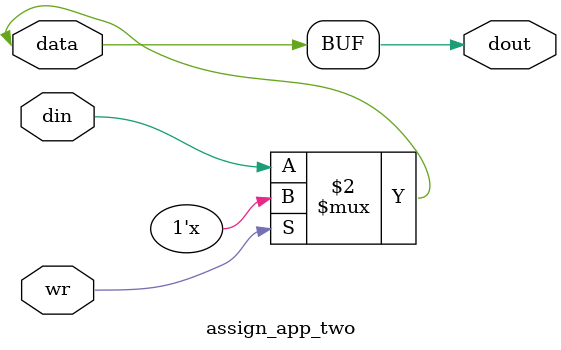
<source format=v>

module assign_app_two(
    input din, //Êý¾ÝÊäÈë£¬ÍùË«Ïò¶Ë¿ÚÐ´µÄÊý¾Ý
    input wr,  //Ë«Ïò¶Ë¿ÚµÄ¶ÁÐ´¿ØÖÆÐÅºÅ,µÍµçÆ½ÎªÐ´£¬¸ßµçÆ½Îª¶Á
    
    output dout, //Êý¾ÝÊä³ö£¬´ÓË«Ïò¶Ë¿Ú¶Áµ½µÄÊý¾Ý
    
    inout data   //Ë«Ïò¶Ë¿Ú
    );
    
//Ó¦ÓÃassignÁ¬Ðø¸³ÖµÓï¾äÊµÏÖË«¶Ë¿ÚµÄ¶ÁÐ´¿ØÖÆ
//ÍùË«¶Ë¿ÚÐ´Êý¾Ý
    assign data = (~wr)? din : 1'bz;
//´Ó¶Ë¿Ú¶ÁÊý¾Ý
    assign dout = data;
//¶Ô´ÓË«Ïò¶Ë¿Ú¶Á³öµÄÊý¾ÝÐèÒª¸ù¾ÝwrÐÅºÅÔÙ×öÒ»Ð©ÅÐ¶Ï¡£
//Ö»ÓÐÔÚwrÎª¸ßµÄÊ±ºòdoutÖµ²ÅÊÇË«Ïò¶Ë¿ÚdataµÄÖµ£¬·ñÔòdoutÖµÎªdinµÄÖµ

endmodule
// END OF assign_app_two.v FILE *********************************************************     

</source>
